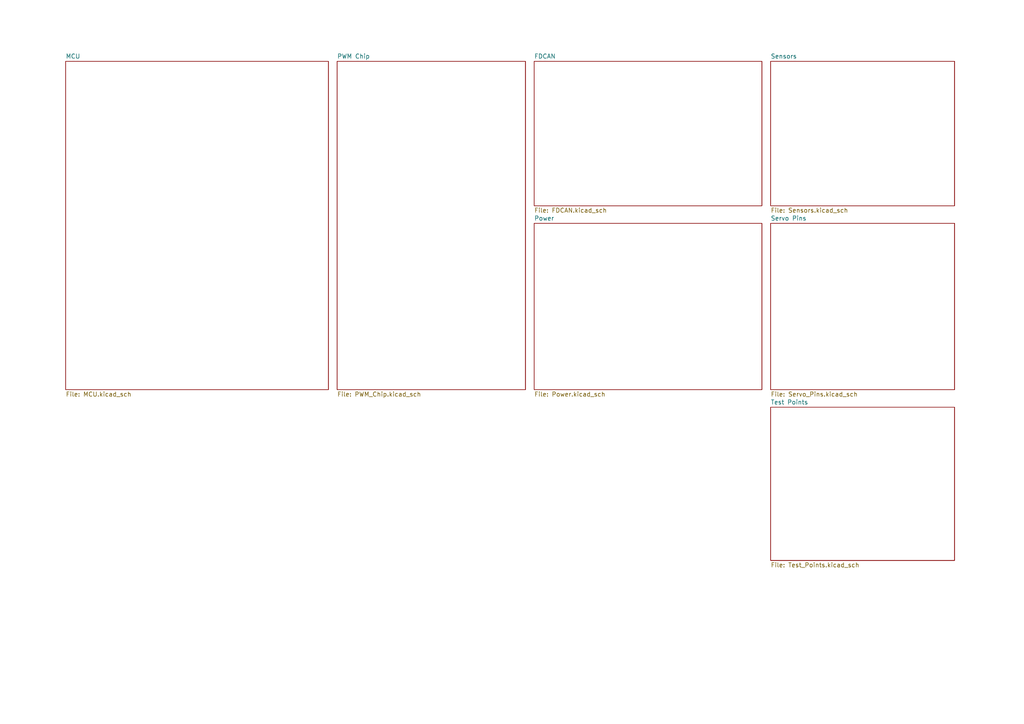
<source format=kicad_sch>
(kicad_sch
	(version 20231120)
	(generator "eeschema")
	(generator_version "8.0")
	(uuid "e8380e09-dbfb-452d-aae9-f4ebc3c118cf")
	(paper "A4")
	(lib_symbols)
	(sheet
		(at 154.94 17.78)
		(size 66.04 41.91)
		(fields_autoplaced yes)
		(stroke
			(width 0.1524)
			(type solid)
		)
		(fill
			(color 0 0 0 0.0000)
		)
		(uuid "0bf7a470-b0fc-45a7-a27f-6e490d0a1f67")
		(property "Sheetname" "FDCAN"
			(at 154.94 17.0684 0)
			(effects
				(font
					(size 1.27 1.27)
				)
				(justify left bottom)
			)
		)
		(property "Sheetfile" "FDCAN.kicad_sch"
			(at 154.94 60.2746 0)
			(effects
				(font
					(size 1.27 1.27)
				)
				(justify left top)
			)
		)
		(instances
			(project "V1.03"
				(path "/e8380e09-dbfb-452d-aae9-f4ebc3c118cf"
					(page "4")
				)
			)
		)
	)
	(sheet
		(at 223.52 17.78)
		(size 53.34 41.91)
		(fields_autoplaced yes)
		(stroke
			(width 0.1524)
			(type solid)
		)
		(fill
			(color 0 0 0 0.0000)
		)
		(uuid "1c901882-c227-4237-b435-f0f817046458")
		(property "Sheetname" "Sensors"
			(at 223.52 17.0684 0)
			(effects
				(font
					(size 1.27 1.27)
				)
				(justify left bottom)
			)
		)
		(property "Sheetfile" "Sensors.kicad_sch"
			(at 223.52 60.2746 0)
			(effects
				(font
					(size 1.27 1.27)
				)
				(justify left top)
			)
		)
		(instances
			(project "V1.03"
				(path "/e8380e09-dbfb-452d-aae9-f4ebc3c118cf"
					(page "6")
				)
			)
		)
	)
	(sheet
		(at 223.52 118.11)
		(size 53.34 44.45)
		(fields_autoplaced yes)
		(stroke
			(width 0.1524)
			(type solid)
		)
		(fill
			(color 0 0 0 0.0000)
		)
		(uuid "247d9d0a-07f9-4015-bbd1-0ac4e9a70cc5")
		(property "Sheetname" "Test Points"
			(at 223.52 117.3984 0)
			(effects
				(font
					(size 1.27 1.27)
				)
				(justify left bottom)
			)
		)
		(property "Sheetfile" "Test_Points.kicad_sch"
			(at 223.52 163.1446 0)
			(effects
				(font
					(size 1.27 1.27)
				)
				(justify left top)
			)
		)
		(instances
			(project "V1.03"
				(path "/e8380e09-dbfb-452d-aae9-f4ebc3c118cf"
					(page "8")
				)
			)
		)
	)
	(sheet
		(at 223.52 64.77)
		(size 53.34 48.26)
		(fields_autoplaced yes)
		(stroke
			(width 0.1524)
			(type solid)
		)
		(fill
			(color 0 0 0 0.0000)
		)
		(uuid "28d92497-364b-44d6-8481-c3724d04edf0")
		(property "Sheetname" "Servo Pins"
			(at 223.52 64.0584 0)
			(effects
				(font
					(size 1.27 1.27)
				)
				(justify left bottom)
			)
		)
		(property "Sheetfile" "Servo_Pins.kicad_sch"
			(at 223.52 113.6146 0)
			(effects
				(font
					(size 1.27 1.27)
				)
				(justify left top)
			)
		)
		(instances
			(project "V1.03"
				(path "/e8380e09-dbfb-452d-aae9-f4ebc3c118cf"
					(page "7")
				)
			)
		)
	)
	(sheet
		(at 97.79 17.78)
		(size 54.61 95.25)
		(fields_autoplaced yes)
		(stroke
			(width 0.1524)
			(type solid)
		)
		(fill
			(color 0 0 0 0.0000)
		)
		(uuid "4c758029-52cf-4f61-8cf4-8aa3c6645383")
		(property "Sheetname" "PWM Chip"
			(at 97.79 17.0684 0)
			(effects
				(font
					(size 1.27 1.27)
				)
				(justify left bottom)
			)
		)
		(property "Sheetfile" "PWM_Chip.kicad_sch"
			(at 97.79 113.6146 0)
			(effects
				(font
					(size 1.27 1.27)
				)
				(justify left top)
			)
		)
		(instances
			(project "V1.03"
				(path "/e8380e09-dbfb-452d-aae9-f4ebc3c118cf"
					(page "3")
				)
			)
		)
	)
	(sheet
		(at 19.05 17.78)
		(size 76.2 95.25)
		(fields_autoplaced yes)
		(stroke
			(width 0.1524)
			(type solid)
		)
		(fill
			(color 0 0 0 0.0000)
		)
		(uuid "5422fb03-cc4f-4970-a22e-7c84ae687b87")
		(property "Sheetname" "MCU"
			(at 19.05 17.0684 0)
			(effects
				(font
					(size 1.27 1.27)
				)
				(justify left bottom)
			)
		)
		(property "Sheetfile" "MCU.kicad_sch"
			(at 19.05 113.6146 0)
			(effects
				(font
					(size 1.27 1.27)
				)
				(justify left top)
			)
		)
		(instances
			(project "V1.03"
				(path "/e8380e09-dbfb-452d-aae9-f4ebc3c118cf"
					(page "2")
				)
			)
		)
	)
	(sheet
		(at 154.94 64.77)
		(size 66.04 48.26)
		(fields_autoplaced yes)
		(stroke
			(width 0.1524)
			(type solid)
		)
		(fill
			(color 0 0 0 0.0000)
		)
		(uuid "6c317bb1-09bb-41d5-b1e6-b1301f356599")
		(property "Sheetname" "Power"
			(at 154.94 64.0584 0)
			(effects
				(font
					(size 1.27 1.27)
				)
				(justify left bottom)
			)
		)
		(property "Sheetfile" "Power.kicad_sch"
			(at 154.94 113.6146 0)
			(effects
				(font
					(size 1.27 1.27)
				)
				(justify left top)
			)
		)
		(instances
			(project "V1.03"
				(path "/e8380e09-dbfb-452d-aae9-f4ebc3c118cf"
					(page "5")
				)
			)
		)
	)
	(sheet_instances
		(path "/"
			(page "1")
		)
	)
)

</source>
